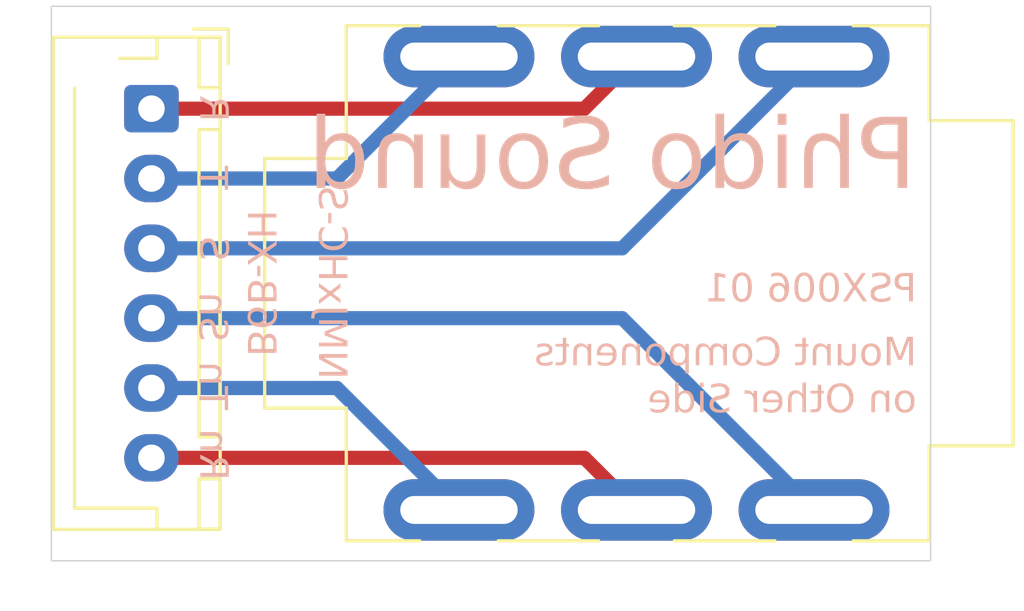
<source format=kicad_pcb>
(kicad_pcb (version 20241229) (generator "pcbnew") (generator_version "9.0")
  (layers (0 "F.Cu" signal) (2 "B.Cu" signal) (13 "F.Paste" user) (15 "B.Paste" user) (5 "F.SilkS" user "F.Silkscreen") (7 "B.SilkS" user "B.Silkscreen") (1 "F.Mask" user) (3 "B.Mask" user) (25 "Edge.Cuts" user))
  (net 0 "")
  (net 1 "Net-(J1-Pin_4)")
  (net 2 "Net-(J1-Pin_6)")
  (net 3 "Net-(J1-Pin_2)")
  (net 4 "Net-(J1-Pin_1)")
  (net 5 "Net-(J1-Pin_5)")
  (net 6 "Net-(J1-Pin_3)")
  (footprint "Connector_JST:JST_XH_B6B-XH-AM_1x06_P2.50mm_Vertical" (layer "F.Cu") (at 99 65.865 -90)
    (property "Reference" "B6B-XH" (at 6.25 -3.87 270) (layer "B.SilkS") (effects (justify mirror)))
    (property "Value" "Conn_01x06_Socket")
    (fp_line (start -2.56 3.51) (end 15.06 3.51) (stroke (width 0.12)) (layer "F.SilkS"))
    (fp_line (start 15.06 3.51) (end 15.06 -2.46) (stroke (width 0.12)) (layer "F.SilkS"))
    (fp_line (start 6.25 2.75) (end -0.74 2.75) (stroke (width 0.12)) (layer "F.SilkS"))
    (fp_line (start 14.3 2.75) (end 6.25 2.75) (stroke (width 0.12)) (layer "F.SilkS"))
    (fp_line (start -2.55 -0.2) (end -1.8 -0.2) (stroke (width 0.12)) (layer "F.SilkS"))
    (fp_line (start -1.8 -0.2) (end -1.8 1.14) (stroke (width 0.12)) (layer "F.SilkS"))
    (fp_line (start 14.3 -0.2) (end 14.3 2.75) (stroke (width 0.12)) (layer "F.SilkS"))
    (fp_line (start 15.05 -0.2) (end 14.3 -0.2) (stroke (width 0.12)) (layer "F.SilkS"))
    (fp_line (start -2.55 -1.7) (end -0.75 -1.7) (stroke (width 0.12)) (layer "F.SilkS"))
    (fp_line (start -0.75 -1.7) (end -0.75 -2.45) (stroke (width 0.12)) (layer "F.SilkS"))
    (fp_line (start 0.75 -1.7) (end 11.75 -1.7) (stroke (width 0.12)) (layer "F.SilkS"))
    (fp_line (start 11.75 -1.7) (end 11.75 -2.45) (stroke (width 0.12)) (layer "F.SilkS"))
    (fp_line (start 13.25 -1.7) (end 15.05 -1.7) (stroke (width 0.12)) (layer "F.SilkS"))
    (fp_line (start 15.05 -1.7) (end 15.05 -2.45) (stroke (width 0.12)) (layer "F.SilkS"))
    (fp_line (start -2.55 -2.45) (end -2.55 -1.7) (stroke (width 0.12)) (layer "F.SilkS"))
    (fp_line (start -0.75 -2.45) (end -2.55 -2.45) (stroke (width 0.12)) (layer "F.SilkS"))
    (fp_line (start 0.75 -2.45) (end 0.75 -1.7) (stroke (width 0.12)) (layer "F.SilkS"))
    (fp_line (start 11.75 -2.45) (end 0.75 -2.45) (stroke (width 0.12)) (layer "F.SilkS"))
    (fp_line (start 13.25 -2.45) (end 13.25 -1.7) (stroke (width 0.12)) (layer "F.SilkS"))
    (fp_line (start 15.05 -2.45) (end 13.25 -2.45) (stroke (width 0.12)) (layer "F.SilkS"))
    (fp_line (start -2.56 -2.46) (end -2.56 3.51) (stroke (width 0.12)) (layer "F.SilkS"))
    (fp_line (start 15.06 -2.46) (end -2.56 -2.46) (stroke (width 0.12)) (layer "F.SilkS"))
    (fp_line (start -2.85 -2.75) (end -2.85 -1.5) (stroke (width 0.12)) (layer "F.SilkS"))
    (fp_line (start -1.6 -2.75) (end -2.85 -2.75) (stroke (width 0.12)) (layer "F.SilkS"))
    (pad "" np_thru_hole circle (at -1.6 2 270) (size 1.2 1.2) (drill 1.2) (layers "*.Cu" "*.Mask"))
    (pad "1" thru_hole roundrect (at 0 0 270) (size 1.7 1.95) (drill 0.95) (layers "*.Cu" "*.Mask") (roundrect_rratio 0.147059) (net 4 "Net-(J1-Pin_1)"))
    (pad "2" thru_hole oval (at 2.5 0 270) (size 1.7 1.95) (drill 0.95) (layers "*.Cu" "*.Mask") (net 3 "Net-(J1-Pin_2)"))
    (pad "3" thru_hole oval (at 5 0 270) (size 1.7 1.95) (drill 0.95) (layers "*.Cu" "*.Mask") (net 6 "Net-(J1-Pin_3)"))
    (pad "4" thru_hole oval (at 7.5 0 270) (size 1.7 1.95) (drill 0.95) (layers "*.Cu" "*.Mask") (net 1 "Net-(J1-Pin_4)"))
    (pad "5" thru_hole oval (at 10 0 270) (size 1.7 1.95) (drill 0.95) (layers "*.Cu" "*.Mask") (net 5 "Net-(J1-Pin_5)"))
    (pad "6" thru_hole oval (at 12.5 0 270) (size 1.7 1.95) (drill 0.95) (layers "*.Cu" "*.Mask") (net 2 "Net-(J1-Pin_6)"))
  )
  (footprint "Connector_Audio:Jack_6.35mm_Neutrik_NMJ6HF-S_Horizontal" (layer "F.Cu") (at 110 64)
    (property "Reference" "NMJxHC-S" (at -4.59 8.1 270) (layer "B.SilkS") (effects (justify mirror)))
    (property "Value" "NMJ6HCD2")
    (fp_line (start -6.95 3.645) (end -4.03 3.645) (stroke (width 0.12)) (layer "F.SilkS"))
    (fp_line (start -6.95 12.545) (end -6.95 3.645) (stroke (width 0.12)) (layer "F.SilkS"))
    (fp_line (start -6.95 12.585) (end -4.03 12.585) (stroke (width 0.12)) (layer "F.SilkS"))
    (fp_line (start -4.03 -1.105) (end -1.4 -1.105) (stroke (width 0.12)) (layer "F.SilkS"))
    (fp_line (start -4.03 3.645) (end -4.03 -1.105) (stroke (width 0.12)) (layer "F.SilkS"))
    (fp_line (start -4.03 17.335) (end -4.03 12.585) (stroke (width 0.12)) (layer "F.SilkS"))
    (fp_line (start -1.4 17.335) (end -4.03 17.335) (stroke (width 0.12)) (layer "F.SilkS"))
    (fp_line (start 1.4 -1.105) (end 5 -1.105) (stroke (width 0.12)) (layer "F.SilkS"))
    (fp_line (start 5 17.335) (end 1.4 17.335) (stroke (width 0.12)) (layer "F.SilkS"))
    (fp_line (start 7.7 -1.105) (end 11.3 -1.105) (stroke (width 0.12)) (layer "F.SilkS"))
    (fp_line (start 11.3 17.335) (end 7.7 17.335) (stroke (width 0.12)) (layer "F.SilkS"))
    (fp_line (start 16.82 -1.105) (end 14.1 -1.105) (stroke (width 0.12)) (layer "F.SilkS"))
    (fp_line (start 16.82 2.295) (end 16.82 -1.105) (stroke (width 0.12)) (layer "F.SilkS"))
    (fp_line (start 16.82 2.295) (end 19.82 2.295) (stroke (width 0.12)) (layer "F.SilkS"))
    (fp_line (start 16.82 13.935) (end 19.82 13.935) (stroke (width 0.12)) (layer "F.SilkS"))
    (fp_line (start 16.82 17.335) (end 14.1 17.335) (stroke (width 0.12)) (layer "F.SilkS"))
    (fp_line (start 16.82 17.335) (end 16.82 13.935) (stroke (width 0.12)) (layer "F.SilkS"))
    (fp_line (start 19.82 13.935) (end 19.82 2.295) (stroke (width 0.12)) (layer "F.SilkS"))
    (pad "R" thru_hole oval (at 6.35 0) (size 5.4 2.2) (drill oval 4.2 1) (layers "*.Cu" "*.Mask") (net 4 "Net-(J1-Pin_1)"))
    (pad "RN" thru_hole oval (at 6.35 16.23) (size 5.4 2.2) (drill oval 4.2 1) (layers "*.Cu" "*.Mask") (net 2 "Net-(J1-Pin_6)"))
    (pad "S" thru_hole oval (at 12.7 0) (size 5.4 2.2) (drill oval 4.2 1) (layers "*.Cu" "*.Mask") (net 6 "Net-(J1-Pin_3)"))
    (pad "SN" thru_hole oval (at 12.7 16.23) (size 5.4 2.2) (drill oval 4.2 1) (layers "*.Cu" "*.Mask") (net 1 "Net-(J1-Pin_4)"))
    (pad "T" thru_hole oval (at 0 0) (size 5.4 2.2) (drill oval 4.2 1) (layers "*.Cu" "*.Mask") (net 3 "Net-(J1-Pin_2)"))
    (pad "TN" thru_hole oval (at 0 16.23) (size 5.4 2.2) (drill oval 4.2 1) (layers "*.Cu" "*.Mask") (net 5 "Net-(J1-Pin_5)"))
  )
  (gr_rect (start 95.42 62.2) (end 126.87 82.05) (stroke (width 0.05)) (fill no) (layer "Edge.Cuts"))
  (gr_text "Tn" (at 100.551621 76.65537 270) (layer "B.SilkS") (effects (font (size 1 1) (thickness 0.1)) (justify left bottom mirror)))
  (gr_text "Mount Components\non Other Side" (at 126.373846 75.477805 0) (layer "B.SilkS") (effects (font (size 1 1)) (justify left mirror)))
  (gr_text "S" (at 100.578067 71.318315 270) (layer "B.SilkS") (effects (font (size 1 1) (thickness 0.1)) (justify left bottom mirror)))
  (gr_text "T" (at 100.551621 68.766535 270) (layer "B.SilkS") (effects (font (size 1 1) (thickness 0.1)) (justify left bottom mirror)))
  (gr_text "R" (at 100.578067 66.344204 270) (layer "B.SilkS") (effects (font (size 1 1) (thickness 0.1)) (justify left bottom mirror)))
  (gr_text "Phido Sound" (at 126.373846 69.127805 0) (layer "B.SilkS") (effects (font (size 2.5 2.5)) (justify left bottom mirror)))
  (gr_text "PSX006 01" (at 126.373846 72.937805 0) (layer "B.SilkS") (effects (font (size 1 1) (thickness 0.1)) (justify left bottom mirror)))
  (gr_text "Sn" (at 100.551621 74.207149 270) (layer "B.SilkS") (effects (font (size 1 1) (thickness 0.1)) (justify left bottom mirror)))
  (gr_text "Rn" (at 100.578067 79.18126 270) (layer "B.SilkS") (effects (font (size 1 1) (thickness 0.1)) (justify left bottom mirror)))
  (segment (start 115.835 73.365) (end 122.7 80.23) (width 0.508) (layer "B.Cu") (net 1))
  (segment (start 99 73.365) (end 115.835 73.365) (width 0.508) (layer "B.Cu") (net 1))
  (segment (start 114.485 78.365) (end 99 78.365) (width 0.508) (layer "F.Cu") (net 2))
  (segment (start 99.355749 78.009251) (end 99 78.365) (width 0.508) (layer "F.Cu") (net 2))
  (segment (start 116.35 80.23) (end 114.485 78.365) (width 0.508) (layer "F.Cu") (net 2))
  (segment (start 105.635 68.365) (end 110 64) (width 0.508) (layer "B.Cu") (net 3))
  (segment (start 99 68.365) (end 105.635 68.365) (width 0.508) (layer "B.Cu") (net 3))
  (segment (start 99.09 65.955) (end 99 65.865) (width 0.508) (layer "F.Cu") (net 4))
  (segment (start 114.485 65.865) (end 99 65.865) (width 0.508) (layer "F.Cu") (net 4))
  (segment (start 116.35 64) (end 114.485 65.865) (width 0.508) (layer "F.Cu") (net 4))
  (segment (start 99 75.865) (end 105.635 75.865) (width 0.508) (layer "B.Cu") (net 5))
  (segment (start 105.635 75.865) (end 110 80.23) (width 0.508) (layer "B.Cu") (net 5))
  (segment (start 115.835 70.865) (end 99 70.865) (width 0.508) (layer "B.Cu") (net 6))
  (segment (start 122.7 64) (end 115.835 70.865) (width 0.508) (layer "B.Cu") (net 6))
)
</source>
